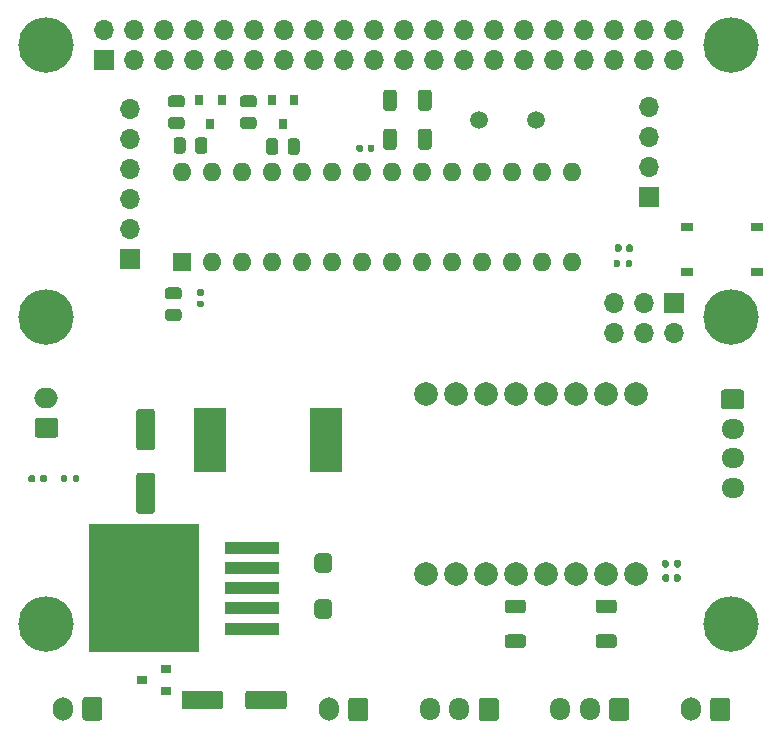
<source format=gbr>
%TF.GenerationSoftware,KiCad,Pcbnew,5.1.10*%
%TF.CreationDate,2021-11-06T21:22:03+05:45*%
%TF.ProjectId,RobotHat,526f626f-7448-4617-942e-6b696361645f,rev?*%
%TF.SameCoordinates,Original*%
%TF.FileFunction,Soldermask,Top*%
%TF.FilePolarity,Negative*%
%FSLAX46Y46*%
G04 Gerber Fmt 4.6, Leading zero omitted, Abs format (unit mm)*
G04 Created by KiCad (PCBNEW 5.1.10) date 2021-11-06 21:22:03*
%MOMM*%
%LPD*%
G01*
G04 APERTURE LIST*
%ADD10R,1.000000X0.750000*%
%ADD11O,1.700000X1.700000*%
%ADD12R,1.700000X1.700000*%
%ADD13C,1.500000*%
%ADD14C,2.000000*%
%ADD15O,1.600000X1.600000*%
%ADD16R,1.600000X1.600000*%
%ADD17R,0.800000X0.900000*%
%ADD18O,1.950000X1.700000*%
%ADD19R,2.800000X5.400000*%
%ADD20R,0.900000X0.800000*%
%ADD21C,4.700000*%
%ADD22O,2.000000X1.700000*%
%ADD23R,9.400000X10.800000*%
%ADD24R,4.600000X1.100000*%
%ADD25O,1.700000X2.000000*%
%ADD26O,1.700000X1.950000*%
G04 APERTURE END LIST*
D10*
%TO.C,SW1*%
X114000000Y-60925000D03*
X108000000Y-60925000D03*
X114000000Y-64675000D03*
X108000000Y-64675000D03*
%TD*%
%TO.C,C7*%
G36*
G01*
X92849999Y-95400000D02*
X94150001Y-95400000D01*
G75*
G02*
X94400000Y-95649999I0J-249999D01*
G01*
X94400000Y-96300001D01*
G75*
G02*
X94150001Y-96550000I-249999J0D01*
G01*
X92849999Y-96550000D01*
G75*
G02*
X92600000Y-96300001I0J249999D01*
G01*
X92600000Y-95649999D01*
G75*
G02*
X92849999Y-95400000I249999J0D01*
G01*
G37*
G36*
G01*
X92849999Y-92450000D02*
X94150001Y-92450000D01*
G75*
G02*
X94400000Y-92699999I0J-249999D01*
G01*
X94400000Y-93350001D01*
G75*
G02*
X94150001Y-93600000I-249999J0D01*
G01*
X92849999Y-93600000D01*
G75*
G02*
X92600000Y-93350001I0J249999D01*
G01*
X92600000Y-92699999D01*
G75*
G02*
X92849999Y-92450000I249999J0D01*
G01*
G37*
%TD*%
%TO.C,D2*%
G36*
G01*
X102875000Y-62872500D02*
X102875000Y-62527500D01*
G75*
G02*
X103022500Y-62380000I147500J0D01*
G01*
X103317500Y-62380000D01*
G75*
G02*
X103465000Y-62527500I0J-147500D01*
G01*
X103465000Y-62872500D01*
G75*
G02*
X103317500Y-63020000I-147500J0D01*
G01*
X103022500Y-63020000D01*
G75*
G02*
X102875000Y-62872500I0J147500D01*
G01*
G37*
G36*
G01*
X101905000Y-62872500D02*
X101905000Y-62527500D01*
G75*
G02*
X102052500Y-62380000I147500J0D01*
G01*
X102347500Y-62380000D01*
G75*
G02*
X102495000Y-62527500I0J-147500D01*
G01*
X102495000Y-62872500D01*
G75*
G02*
X102347500Y-63020000I-147500J0D01*
G01*
X102052500Y-63020000D01*
G75*
G02*
X101905000Y-62872500I0J147500D01*
G01*
G37*
%TD*%
%TO.C,R2*%
G36*
G01*
X102840000Y-64185000D02*
X102840000Y-63815000D01*
G75*
G02*
X102975000Y-63680000I135000J0D01*
G01*
X103245000Y-63680000D01*
G75*
G02*
X103380000Y-63815000I0J-135000D01*
G01*
X103380000Y-64185000D01*
G75*
G02*
X103245000Y-64320000I-135000J0D01*
G01*
X102975000Y-64320000D01*
G75*
G02*
X102840000Y-64185000I0J135000D01*
G01*
G37*
G36*
G01*
X101820000Y-64185000D02*
X101820000Y-63815000D01*
G75*
G02*
X101955000Y-63680000I135000J0D01*
G01*
X102225000Y-63680000D01*
G75*
G02*
X102360000Y-63815000I0J-135000D01*
G01*
X102360000Y-64185000D01*
G75*
G02*
X102225000Y-64320000I-135000J0D01*
G01*
X101955000Y-64320000D01*
G75*
G02*
X101820000Y-64185000I0J135000D01*
G01*
G37*
%TD*%
%TO.C,D4*%
G36*
G01*
X106915000Y-90772500D02*
X106915000Y-90427500D01*
G75*
G02*
X107062500Y-90280000I147500J0D01*
G01*
X107357500Y-90280000D01*
G75*
G02*
X107505000Y-90427500I0J-147500D01*
G01*
X107505000Y-90772500D01*
G75*
G02*
X107357500Y-90920000I-147500J0D01*
G01*
X107062500Y-90920000D01*
G75*
G02*
X106915000Y-90772500I0J147500D01*
G01*
G37*
G36*
G01*
X105945000Y-90772500D02*
X105945000Y-90427500D01*
G75*
G02*
X106092500Y-90280000I147500J0D01*
G01*
X106387500Y-90280000D01*
G75*
G02*
X106535000Y-90427500I0J-147500D01*
G01*
X106535000Y-90772500D01*
G75*
G02*
X106387500Y-90920000I-147500J0D01*
G01*
X106092500Y-90920000D01*
G75*
G02*
X105945000Y-90772500I0J147500D01*
G01*
G37*
%TD*%
%TO.C,R4*%
G36*
G01*
X106965000Y-89607000D02*
X106965000Y-89237000D01*
G75*
G02*
X107100000Y-89102000I135000J0D01*
G01*
X107370000Y-89102000D01*
G75*
G02*
X107505000Y-89237000I0J-135000D01*
G01*
X107505000Y-89607000D01*
G75*
G02*
X107370000Y-89742000I-135000J0D01*
G01*
X107100000Y-89742000D01*
G75*
G02*
X106965000Y-89607000I0J135000D01*
G01*
G37*
G36*
G01*
X105945000Y-89607000D02*
X105945000Y-89237000D01*
G75*
G02*
X106080000Y-89102000I135000J0D01*
G01*
X106350000Y-89102000D01*
G75*
G02*
X106485000Y-89237000I0J-135000D01*
G01*
X106485000Y-89607000D01*
G75*
G02*
X106350000Y-89742000I-135000J0D01*
G01*
X106080000Y-89742000D01*
G75*
G02*
X105945000Y-89607000I0J135000D01*
G01*
G37*
%TD*%
D11*
%TO.C,J11*%
X106960000Y-44260000D03*
X106960000Y-46800000D03*
X104420000Y-44260000D03*
X104420000Y-46800000D03*
X101880000Y-44260000D03*
X101880000Y-46800000D03*
X99340000Y-44260000D03*
X99340000Y-46800000D03*
X96800000Y-44260000D03*
X96800000Y-46800000D03*
X94260000Y-44260000D03*
X94260000Y-46800000D03*
X91720000Y-44260000D03*
X91720000Y-46800000D03*
X89180000Y-44260000D03*
X89180000Y-46800000D03*
X86640000Y-44260000D03*
X86640000Y-46800000D03*
X84100000Y-44260000D03*
X84100000Y-46800000D03*
X81560000Y-44260000D03*
X81560000Y-46800000D03*
X79020000Y-44260000D03*
X79020000Y-46800000D03*
X76480000Y-44260000D03*
X76480000Y-46800000D03*
X73940000Y-44260000D03*
X73940000Y-46800000D03*
X71400000Y-44260000D03*
X71400000Y-46800000D03*
X68860000Y-44260000D03*
X68860000Y-46800000D03*
X66320000Y-44260000D03*
X66320000Y-46800000D03*
X63780000Y-44260000D03*
X63780000Y-46800000D03*
X61240000Y-44260000D03*
X61240000Y-46800000D03*
X58700000Y-44260000D03*
D12*
X58700000Y-46800000D03*
%TD*%
D11*
%TO.C,J8*%
X104800000Y-50780000D03*
X104800000Y-53320000D03*
X104800000Y-55860000D03*
D12*
X104800000Y-58400000D03*
%TD*%
D13*
%TO.C,Y1*%
X90406000Y-51818000D03*
X95286000Y-51818000D03*
%TD*%
%TO.C,C3*%
G36*
G01*
X83464000Y-49515999D02*
X83464000Y-50816001D01*
G75*
G02*
X83214001Y-51066000I-249999J0D01*
G01*
X82563999Y-51066000D01*
G75*
G02*
X82314000Y-50816001I0J249999D01*
G01*
X82314000Y-49515999D01*
G75*
G02*
X82563999Y-49266000I249999J0D01*
G01*
X83214001Y-49266000D01*
G75*
G02*
X83464000Y-49515999I0J-249999D01*
G01*
G37*
G36*
G01*
X86414000Y-49515999D02*
X86414000Y-50816001D01*
G75*
G02*
X86164001Y-51066000I-249999J0D01*
G01*
X85513999Y-51066000D01*
G75*
G02*
X85264000Y-50816001I0J249999D01*
G01*
X85264000Y-49515999D01*
G75*
G02*
X85513999Y-49266000I249999J0D01*
G01*
X86164001Y-49266000D01*
G75*
G02*
X86414000Y-49515999I0J-249999D01*
G01*
G37*
%TD*%
%TO.C,C2*%
G36*
G01*
X83464000Y-52817999D02*
X83464000Y-54118001D01*
G75*
G02*
X83214001Y-54368000I-249999J0D01*
G01*
X82563999Y-54368000D01*
G75*
G02*
X82314000Y-54118001I0J249999D01*
G01*
X82314000Y-52817999D01*
G75*
G02*
X82563999Y-52568000I249999J0D01*
G01*
X83214001Y-52568000D01*
G75*
G02*
X83464000Y-52817999I0J-249999D01*
G01*
G37*
G36*
G01*
X86414000Y-52817999D02*
X86414000Y-54118001D01*
G75*
G02*
X86164001Y-54368000I-249999J0D01*
G01*
X85513999Y-54368000D01*
G75*
G02*
X85264000Y-54118001I0J249999D01*
G01*
X85264000Y-52817999D01*
G75*
G02*
X85513999Y-52568000I249999J0D01*
G01*
X86164001Y-52568000D01*
G75*
G02*
X86414000Y-52817999I0J-249999D01*
G01*
G37*
%TD*%
D14*
%TO.C,U3*%
X103680000Y-75060000D03*
X101140000Y-75060000D03*
X98600000Y-75060000D03*
X96060000Y-75060000D03*
X93520000Y-75060000D03*
X90980000Y-75060000D03*
X88440000Y-75060000D03*
X85900000Y-75060000D03*
X103680000Y-90300000D03*
X101140000Y-90300000D03*
X98600000Y-90300000D03*
X96060000Y-90300000D03*
X93520000Y-90300000D03*
X90980000Y-90300000D03*
X88440000Y-90300000D03*
X85900000Y-90300000D03*
%TD*%
D15*
%TO.C,U1*%
X65314000Y-56262000D03*
X98334000Y-63882000D03*
X67854000Y-56262000D03*
X95794000Y-63882000D03*
X70394000Y-56262000D03*
X93254000Y-63882000D03*
X72934000Y-56262000D03*
X90714000Y-63882000D03*
X75474000Y-56262000D03*
X88174000Y-63882000D03*
X78014000Y-56262000D03*
X85634000Y-63882000D03*
X80554000Y-56262000D03*
X83094000Y-63882000D03*
X83094000Y-56262000D03*
X80554000Y-63882000D03*
X85634000Y-56262000D03*
X78014000Y-63882000D03*
X88174000Y-56262000D03*
X75474000Y-63882000D03*
X90714000Y-56262000D03*
X72934000Y-63882000D03*
X93254000Y-56262000D03*
X70394000Y-63882000D03*
X95794000Y-56262000D03*
X67854000Y-63882000D03*
X98334000Y-56262000D03*
D16*
X65314000Y-63882000D03*
%TD*%
%TO.C,C8*%
G36*
G01*
X101850001Y-93600000D02*
X100549999Y-93600000D01*
G75*
G02*
X100300000Y-93350001I0J249999D01*
G01*
X100300000Y-92699999D01*
G75*
G02*
X100549999Y-92450000I249999J0D01*
G01*
X101850001Y-92450000D01*
G75*
G02*
X102100000Y-92699999I0J-249999D01*
G01*
X102100000Y-93350001D01*
G75*
G02*
X101850001Y-93600000I-249999J0D01*
G01*
G37*
G36*
G01*
X101850001Y-96550000D02*
X100549999Y-96550000D01*
G75*
G02*
X100300000Y-96300001I0J249999D01*
G01*
X100300000Y-95649999D01*
G75*
G02*
X100549999Y-95400000I249999J0D01*
G01*
X101850001Y-95400000D01*
G75*
G02*
X102100000Y-95649999I0J-249999D01*
G01*
X102100000Y-96300001D01*
G75*
G02*
X101850001Y-96550000I-249999J0D01*
G01*
G37*
%TD*%
D17*
%TO.C,Q3*%
X67682000Y-52186000D03*
X66732000Y-50186000D03*
X68632000Y-50186000D03*
%TD*%
%TO.C,R6*%
G36*
G01*
X64355998Y-51582000D02*
X65256002Y-51582000D01*
G75*
G02*
X65506000Y-51831998I0J-249998D01*
G01*
X65506000Y-52357002D01*
G75*
G02*
X65256002Y-52607000I-249998J0D01*
G01*
X64355998Y-52607000D01*
G75*
G02*
X64106000Y-52357002I0J249998D01*
G01*
X64106000Y-51831998D01*
G75*
G02*
X64355998Y-51582000I249998J0D01*
G01*
G37*
G36*
G01*
X64355998Y-49757000D02*
X65256002Y-49757000D01*
G75*
G02*
X65506000Y-50006998I0J-249998D01*
G01*
X65506000Y-50532002D01*
G75*
G02*
X65256002Y-50782000I-249998J0D01*
G01*
X64355998Y-50782000D01*
G75*
G02*
X64106000Y-50532002I0J249998D01*
G01*
X64106000Y-50006998D01*
G75*
G02*
X64355998Y-49757000I249998J0D01*
G01*
G37*
%TD*%
%TO.C,R5*%
G36*
G01*
X70451998Y-51582000D02*
X71352002Y-51582000D01*
G75*
G02*
X71602000Y-51831998I0J-249998D01*
G01*
X71602000Y-52357002D01*
G75*
G02*
X71352002Y-52607000I-249998J0D01*
G01*
X70451998Y-52607000D01*
G75*
G02*
X70202000Y-52357002I0J249998D01*
G01*
X70202000Y-51831998D01*
G75*
G02*
X70451998Y-51582000I249998J0D01*
G01*
G37*
G36*
G01*
X70451998Y-49757000D02*
X71352002Y-49757000D01*
G75*
G02*
X71602000Y-50006998I0J-249998D01*
G01*
X71602000Y-50532002D01*
G75*
G02*
X71352002Y-50782000I-249998J0D01*
G01*
X70451998Y-50782000D01*
G75*
G02*
X70202000Y-50532002I0J249998D01*
G01*
X70202000Y-50006998D01*
G75*
G02*
X70451998Y-49757000I249998J0D01*
G01*
G37*
%TD*%
%TO.C,R8*%
G36*
G01*
X66400000Y-54450002D02*
X66400000Y-53549998D01*
G75*
G02*
X66649998Y-53300000I249998J0D01*
G01*
X67175002Y-53300000D01*
G75*
G02*
X67425000Y-53549998I0J-249998D01*
G01*
X67425000Y-54450002D01*
G75*
G02*
X67175002Y-54700000I-249998J0D01*
G01*
X66649998Y-54700000D01*
G75*
G02*
X66400000Y-54450002I0J249998D01*
G01*
G37*
G36*
G01*
X64575000Y-54450002D02*
X64575000Y-53549998D01*
G75*
G02*
X64824998Y-53300000I249998J0D01*
G01*
X65350002Y-53300000D01*
G75*
G02*
X65600000Y-53549998I0J-249998D01*
G01*
X65600000Y-54450002D01*
G75*
G02*
X65350002Y-54700000I-249998J0D01*
G01*
X64824998Y-54700000D01*
G75*
G02*
X64575000Y-54450002I0J249998D01*
G01*
G37*
%TD*%
%TO.C,R7*%
G36*
G01*
X73428000Y-53635998D02*
X73428000Y-54536002D01*
G75*
G02*
X73178002Y-54786000I-249998J0D01*
G01*
X72652998Y-54786000D01*
G75*
G02*
X72403000Y-54536002I0J249998D01*
G01*
X72403000Y-53635998D01*
G75*
G02*
X72652998Y-53386000I249998J0D01*
G01*
X73178002Y-53386000D01*
G75*
G02*
X73428000Y-53635998I0J-249998D01*
G01*
G37*
G36*
G01*
X75253000Y-53635998D02*
X75253000Y-54536002D01*
G75*
G02*
X75003002Y-54786000I-249998J0D01*
G01*
X74477998Y-54786000D01*
G75*
G02*
X74228000Y-54536002I0J249998D01*
G01*
X74228000Y-53635998D01*
G75*
G02*
X74477998Y-53386000I249998J0D01*
G01*
X75003002Y-53386000D01*
G75*
G02*
X75253000Y-53635998I0J-249998D01*
G01*
G37*
%TD*%
%TO.C,R1*%
G36*
G01*
X65002002Y-67038000D02*
X64101998Y-67038000D01*
G75*
G02*
X63852000Y-66788002I0J249998D01*
G01*
X63852000Y-66262998D01*
G75*
G02*
X64101998Y-66013000I249998J0D01*
G01*
X65002002Y-66013000D01*
G75*
G02*
X65252000Y-66262998I0J-249998D01*
G01*
X65252000Y-66788002D01*
G75*
G02*
X65002002Y-67038000I-249998J0D01*
G01*
G37*
G36*
G01*
X65002002Y-68863000D02*
X64101998Y-68863000D01*
G75*
G02*
X63852000Y-68613002I0J249998D01*
G01*
X63852000Y-68087998D01*
G75*
G02*
X64101998Y-67838000I249998J0D01*
G01*
X65002002Y-67838000D01*
G75*
G02*
X65252000Y-68087998I0J-249998D01*
G01*
X65252000Y-68613002D01*
G75*
G02*
X65002002Y-68863000I-249998J0D01*
G01*
G37*
%TD*%
%TO.C,J5*%
G36*
G01*
X111175000Y-74650000D02*
X112625000Y-74650000D01*
G75*
G02*
X112875000Y-74900000I0J-250000D01*
G01*
X112875000Y-76100000D01*
G75*
G02*
X112625000Y-76350000I-250000J0D01*
G01*
X111175000Y-76350000D01*
G75*
G02*
X110925000Y-76100000I0J250000D01*
G01*
X110925000Y-74900000D01*
G75*
G02*
X111175000Y-74650000I250000J0D01*
G01*
G37*
D18*
X111900000Y-78000000D03*
X111900000Y-80500000D03*
X111900000Y-83000000D03*
%TD*%
%TO.C,C5*%
G36*
G01*
X61650000Y-81700000D02*
X62750000Y-81700000D01*
G75*
G02*
X63000000Y-81950000I0J-250000D01*
G01*
X63000000Y-84950000D01*
G75*
G02*
X62750000Y-85200000I-250000J0D01*
G01*
X61650000Y-85200000D01*
G75*
G02*
X61400000Y-84950000I0J250000D01*
G01*
X61400000Y-81950000D01*
G75*
G02*
X61650000Y-81700000I250000J0D01*
G01*
G37*
G36*
G01*
X61650000Y-76300000D02*
X62750000Y-76300000D01*
G75*
G02*
X63000000Y-76550000I0J-250000D01*
G01*
X63000000Y-79550000D01*
G75*
G02*
X62750000Y-79800000I-250000J0D01*
G01*
X61650000Y-79800000D01*
G75*
G02*
X61400000Y-79550000I0J250000D01*
G01*
X61400000Y-76550000D01*
G75*
G02*
X61650000Y-76300000I250000J0D01*
G01*
G37*
%TD*%
%TO.C,C1*%
G36*
G01*
X68750000Y-100400000D02*
X68750000Y-101500000D01*
G75*
G02*
X68500000Y-101750000I-250000J0D01*
G01*
X65500000Y-101750000D01*
G75*
G02*
X65250000Y-101500000I0J250000D01*
G01*
X65250000Y-100400000D01*
G75*
G02*
X65500000Y-100150000I250000J0D01*
G01*
X68500000Y-100150000D01*
G75*
G02*
X68750000Y-100400000I0J-250000D01*
G01*
G37*
G36*
G01*
X74150000Y-100400000D02*
X74150000Y-101500000D01*
G75*
G02*
X73900000Y-101750000I-250000J0D01*
G01*
X70900000Y-101750000D01*
G75*
G02*
X70650000Y-101500000I0J250000D01*
G01*
X70650000Y-100400000D01*
G75*
G02*
X70900000Y-100150000I250000J0D01*
G01*
X73900000Y-100150000D01*
G75*
G02*
X74150000Y-100400000I0J-250000D01*
G01*
G37*
%TD*%
D19*
%TO.C,L1*%
X77450000Y-78900000D03*
X67650000Y-78900000D03*
%TD*%
D17*
%TO.C,Q2*%
X73828000Y-52186000D03*
X72878000Y-50186000D03*
X74778000Y-50186000D03*
%TD*%
D12*
%TO.C,J3*%
X106900000Y-67300000D03*
D11*
X106900000Y-69840000D03*
X104360000Y-67300000D03*
X104360000Y-69840000D03*
X101820000Y-67300000D03*
X101820000Y-69840000D03*
%TD*%
%TO.C,J4*%
X60900000Y-50900000D03*
X60900000Y-53440000D03*
X60900000Y-55980000D03*
X60900000Y-58520000D03*
X60900000Y-61060000D03*
D12*
X60900000Y-63600000D03*
%TD*%
D20*
%TO.C,Q1*%
X61900000Y-99250000D03*
X63900000Y-98300000D03*
X63900000Y-100200000D03*
%TD*%
%TO.C,D1*%
G36*
G01*
X77630000Y-90190000D02*
X76870000Y-90190000D01*
G75*
G02*
X76490000Y-89810000I0J380000D01*
G01*
X76490000Y-88890000D01*
G75*
G02*
X76870000Y-88510000I380000J0D01*
G01*
X77630000Y-88510000D01*
G75*
G02*
X78010000Y-88890000I0J-380000D01*
G01*
X78010000Y-89810000D01*
G75*
G02*
X77630000Y-90190000I-380000J0D01*
G01*
G37*
G36*
G01*
X77630000Y-94090000D02*
X76870000Y-94090000D01*
G75*
G02*
X76490000Y-93710000I0J380000D01*
G01*
X76490000Y-92790000D01*
G75*
G02*
X76870000Y-92410000I380000J0D01*
G01*
X77630000Y-92410000D01*
G75*
G02*
X78010000Y-92790000I0J-380000D01*
G01*
X78010000Y-93710000D01*
G75*
G02*
X77630000Y-94090000I-380000J0D01*
G01*
G37*
%TD*%
%TO.C,R3*%
G36*
G01*
X55560000Y-82015000D02*
X55560000Y-82385000D01*
G75*
G02*
X55425000Y-82520000I-135000J0D01*
G01*
X55155000Y-82520000D01*
G75*
G02*
X55020000Y-82385000I0J135000D01*
G01*
X55020000Y-82015000D01*
G75*
G02*
X55155000Y-81880000I135000J0D01*
G01*
X55425000Y-81880000D01*
G75*
G02*
X55560000Y-82015000I0J-135000D01*
G01*
G37*
G36*
G01*
X56580000Y-82015000D02*
X56580000Y-82385000D01*
G75*
G02*
X56445000Y-82520000I-135000J0D01*
G01*
X56175000Y-82520000D01*
G75*
G02*
X56040000Y-82385000I0J135000D01*
G01*
X56040000Y-82015000D01*
G75*
G02*
X56175000Y-81880000I135000J0D01*
G01*
X56445000Y-81880000D01*
G75*
G02*
X56580000Y-82015000I0J-135000D01*
G01*
G37*
%TD*%
%TO.C,D3*%
G36*
G01*
X53255000Y-82372500D02*
X53255000Y-82027500D01*
G75*
G02*
X53402500Y-81880000I147500J0D01*
G01*
X53697500Y-81880000D01*
G75*
G02*
X53845000Y-82027500I0J-147500D01*
G01*
X53845000Y-82372500D01*
G75*
G02*
X53697500Y-82520000I-147500J0D01*
G01*
X53402500Y-82520000D01*
G75*
G02*
X53255000Y-82372500I0J147500D01*
G01*
G37*
G36*
G01*
X52285000Y-82372500D02*
X52285000Y-82027500D01*
G75*
G02*
X52432500Y-81880000I147500J0D01*
G01*
X52727500Y-81880000D01*
G75*
G02*
X52875000Y-82027500I0J-147500D01*
G01*
X52875000Y-82372500D01*
G75*
G02*
X52727500Y-82520000I-147500J0D01*
G01*
X52432500Y-82520000D01*
G75*
G02*
X52285000Y-82372500I0J147500D01*
G01*
G37*
%TD*%
%TO.C,C4*%
G36*
G01*
X67008000Y-66730000D02*
X66668000Y-66730000D01*
G75*
G02*
X66528000Y-66590000I0J140000D01*
G01*
X66528000Y-66310000D01*
G75*
G02*
X66668000Y-66170000I140000J0D01*
G01*
X67008000Y-66170000D01*
G75*
G02*
X67148000Y-66310000I0J-140000D01*
G01*
X67148000Y-66590000D01*
G75*
G02*
X67008000Y-66730000I-140000J0D01*
G01*
G37*
G36*
G01*
X67008000Y-67690000D02*
X66668000Y-67690000D01*
G75*
G02*
X66528000Y-67550000I0J140000D01*
G01*
X66528000Y-67270000D01*
G75*
G02*
X66668000Y-67130000I140000J0D01*
G01*
X67008000Y-67130000D01*
G75*
G02*
X67148000Y-67270000I0J-140000D01*
G01*
X67148000Y-67550000D01*
G75*
G02*
X67008000Y-67690000I-140000J0D01*
G01*
G37*
%TD*%
%TO.C,C6*%
G36*
G01*
X81008000Y-54400000D02*
X81008000Y-54060000D01*
G75*
G02*
X81148000Y-53920000I140000J0D01*
G01*
X81428000Y-53920000D01*
G75*
G02*
X81568000Y-54060000I0J-140000D01*
G01*
X81568000Y-54400000D01*
G75*
G02*
X81428000Y-54540000I-140000J0D01*
G01*
X81148000Y-54540000D01*
G75*
G02*
X81008000Y-54400000I0J140000D01*
G01*
G37*
G36*
G01*
X80048000Y-54400000D02*
X80048000Y-54060000D01*
G75*
G02*
X80188000Y-53920000I140000J0D01*
G01*
X80468000Y-53920000D01*
G75*
G02*
X80608000Y-54060000I0J-140000D01*
G01*
X80608000Y-54400000D01*
G75*
G02*
X80468000Y-54540000I-140000J0D01*
G01*
X80188000Y-54540000D01*
G75*
G02*
X80048000Y-54400000I0J140000D01*
G01*
G37*
%TD*%
D21*
%TO.C,H6*%
X111800000Y-94500000D03*
%TD*%
%TO.C,H5*%
X53800000Y-94500000D03*
%TD*%
D22*
%TO.C,J2*%
X53800000Y-75400000D03*
G36*
G01*
X54550000Y-78750000D02*
X53050000Y-78750000D01*
G75*
G02*
X52800000Y-78500000I0J250000D01*
G01*
X52800000Y-77300000D01*
G75*
G02*
X53050000Y-77050000I250000J0D01*
G01*
X54550000Y-77050000D01*
G75*
G02*
X54800000Y-77300000I0J-250000D01*
G01*
X54800000Y-78500000D01*
G75*
G02*
X54550000Y-78750000I-250000J0D01*
G01*
G37*
%TD*%
D23*
%TO.C,U2*%
X62025000Y-91500000D03*
D24*
X71175000Y-88100000D03*
X71175000Y-89800000D03*
X71175000Y-91500000D03*
X71175000Y-93200000D03*
X71175000Y-94900000D03*
%TD*%
D21*
%TO.C,H4*%
X111800000Y-68500000D03*
%TD*%
%TO.C,H3*%
X111800000Y-45500000D03*
%TD*%
%TO.C,H2*%
X53800000Y-68500000D03*
%TD*%
%TO.C,H1*%
X53800000Y-45500000D03*
%TD*%
D25*
%TO.C,J10*%
X108350000Y-101750000D03*
G36*
G01*
X111700000Y-101000000D02*
X111700000Y-102500000D01*
G75*
G02*
X111450000Y-102750000I-250000J0D01*
G01*
X110250000Y-102750000D01*
G75*
G02*
X110000000Y-102500000I0J250000D01*
G01*
X110000000Y-101000000D01*
G75*
G02*
X110250000Y-100750000I250000J0D01*
G01*
X111450000Y-100750000D01*
G75*
G02*
X111700000Y-101000000I0J-250000D01*
G01*
G37*
%TD*%
%TO.C,J9*%
X77700000Y-101750000D03*
G36*
G01*
X81050000Y-101000000D02*
X81050000Y-102500000D01*
G75*
G02*
X80800000Y-102750000I-250000J0D01*
G01*
X79600000Y-102750000D01*
G75*
G02*
X79350000Y-102500000I0J250000D01*
G01*
X79350000Y-101000000D01*
G75*
G02*
X79600000Y-100750000I250000J0D01*
G01*
X80800000Y-100750000D01*
G75*
G02*
X81050000Y-101000000I0J-250000D01*
G01*
G37*
%TD*%
D26*
%TO.C,J7*%
X97300000Y-101750000D03*
X99800000Y-101750000D03*
G36*
G01*
X103150000Y-101025000D02*
X103150000Y-102475000D01*
G75*
G02*
X102900000Y-102725000I-250000J0D01*
G01*
X101700000Y-102725000D01*
G75*
G02*
X101450000Y-102475000I0J250000D01*
G01*
X101450000Y-101025000D01*
G75*
G02*
X101700000Y-100775000I250000J0D01*
G01*
X102900000Y-100775000D01*
G75*
G02*
X103150000Y-101025000I0J-250000D01*
G01*
G37*
%TD*%
%TO.C,J6*%
X86250000Y-101750000D03*
X88750000Y-101750000D03*
G36*
G01*
X92100000Y-101025000D02*
X92100000Y-102475000D01*
G75*
G02*
X91850000Y-102725000I-250000J0D01*
G01*
X90650000Y-102725000D01*
G75*
G02*
X90400000Y-102475000I0J250000D01*
G01*
X90400000Y-101025000D01*
G75*
G02*
X90650000Y-100775000I250000J0D01*
G01*
X91850000Y-100775000D01*
G75*
G02*
X92100000Y-101025000I0J-250000D01*
G01*
G37*
%TD*%
D25*
%TO.C,J1*%
X55200000Y-101700000D03*
G36*
G01*
X58550000Y-100950000D02*
X58550000Y-102450000D01*
G75*
G02*
X58300000Y-102700000I-250000J0D01*
G01*
X57100000Y-102700000D01*
G75*
G02*
X56850000Y-102450000I0J250000D01*
G01*
X56850000Y-100950000D01*
G75*
G02*
X57100000Y-100700000I250000J0D01*
G01*
X58300000Y-100700000D01*
G75*
G02*
X58550000Y-100950000I0J-250000D01*
G01*
G37*
%TD*%
M02*

</source>
